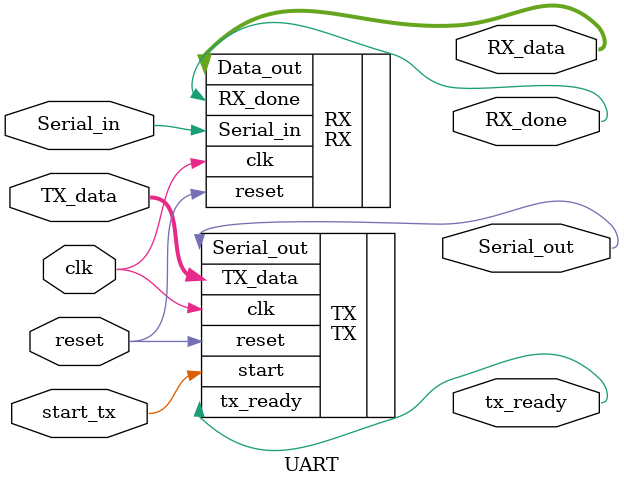
<source format=v>
`timescale 1ns / 1ps
/*
--======== to transmit data =======--
--wait untill tx_ready=1 then apply data to TX_data and triger statr_tx

--======== to receiv data ==========--
-- wait untill RX_done=1 then sample the data at RX_data
*/
//////////////////////////////////////////////////////////////////////////////////
module UART(
    input clk,
    input reset,
	 /* receiver signals */
		 // receiver done
		 output RX_done,
		 // received data
		 output [7:0] RX_data,
	     /* transmitter signals */
		 // transmitter ready to transmit
		 output tx_ready,
		 // data required to be transmitted
		 input [7:0] TX_data,
		 // start transmission
		 input start_tx,
	 
	 /* UART signals */
		 input Serial_in,
		 output Serial_out
    );
parameter baudrate = 9600 ;
parameter freq = 100000000 ;

RX#(baudrate, freq) RX (
    .reset(reset), 
    .clk(clk), 
    .Serial_in(Serial_in), 
    .RX_done(RX_done), 
    .Data_out(RX_data)
    );
TX#(baudrate, freq) TX (
    .clk(clk), 
    .reset(reset), 
    .start(start_tx), 
    .TX_data(TX_data), 
    .tx_ready(tx_ready), 
    .Serial_out(Serial_out)
    );
endmodule


</source>
